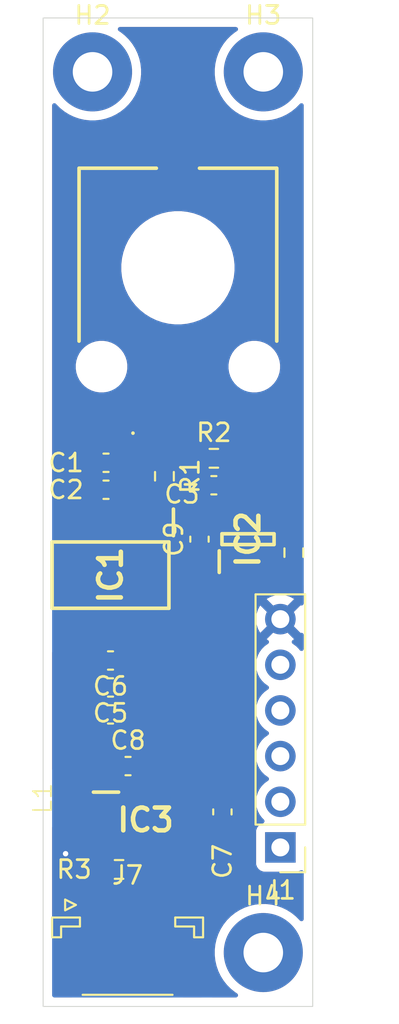
<source format=kicad_pcb>
(kicad_pcb (version 20241229) (generator "pcbnew") (generator_version "9.0")
  (layers (0 "F.Cu" signal) (2 "B.Cu" signal) (13 "F.Paste" user) (15 "B.Paste" user) (5 "F.SilkS" user "F.Silkscreen") (7 "B.SilkS" user "B.Silkscreen") (1 "F.Mask" user) (3 "B.Mask" user) (25 "Edge.Cuts" user))
  (net 0 "")
  (net 1 "GND")
  (net 2 "+3.3V")
  (net 3 "/POT_SEN")
  (net 4 "+5V")
  (net 5 "Net-(H1-WIPER_)")
  (net 8 "/TMP_MISO")
  (net 9 "/TMP_CS")
  (net 10 "/USART2_TX")
  (net 13 "/TMP_SCLK")
  (net 14 "/SWCLK")
  (net 15 "Net-(IC1-PB8-BOOT0)")
  (net 16 "/TMP_MOSI")
  (net 18 "/NRST")
  (net 19 "/SWDIO")
  (net 21 "/I2C_SCL")
  (net 22 "/I2C_SDA")
  (net 24 "Net-(IC3-VSET)")
  (net 26 "Net-(IC3-SW)")
  (footprint "Capacitor_SMD:C_0603_1608Metric" (layer "F.Cu") (at 28.7 44 90)
    (property "Reference" "C9" (at 0 -1.43 90) (layer "F.SilkS"))
    (property "Value" "100nF")
    (fp_line (start -0.14058 -0.51) (end 0.14058 -0.51) (stroke (width 0.12)) (layer "F.SilkS"))
    (fp_line (start -0.14058 0.51) (end 0.14058 0.51) (stroke (width 0.12)) (layer "F.SilkS"))
    (pad "1" smd roundrect (at -0.775 0 90) (size 0.9 0.95) (layers "F.Cu" "F.Mask" "F.Paste") (net 1 "GND"))
    (pad "2" smd roundrect (at 0.775 0 90) (size 0.9 0.95) (layers "F.Cu" "F.Mask" "F.Paste") (net 2 "+3.3V"))
  )
  (footprint "MountingHole:MountingHole_2.2mm_M2_Pad" (layer "F.Cu") (at 22.75 18)
    (property "Reference" "H2" (at 0 -3.15 0) (layer "F.SilkS"))
    (property "Value" "MountingHole")
    (pad "1" thru_hole circle (at 0 0) (size 4.4 4.4) (drill 2.2) (layers "*.Cu" "*.Mask"))
  )
  (footprint "Resistor_SMD:R_0603_1608Metric" (layer "F.Cu") (at 24.225 62.375)
    (property "Reference" "R3" (at -2.5 0 0) (layer "F.SilkS"))
    (property "Value" "52.3k")
    (fp_line (start -0.237258 -0.5225) (end 0.237258 -0.5225) (stroke (width 0.12)) (layer "F.SilkS"))
    (fp_line (start -0.237258 0.5225) (end 0.237258 0.5225) (stroke (width 0.12)) (layer "F.SilkS"))
    (pad "1" smd roundrect (at -0.825 0) (size 0.8 0.95) (layers "F.Cu" "F.Mask" "F.Paste") (net 24 "Net-(IC3-VSET)"))
    (pad "2" smd roundrect (at 0.825 0) (size 0.8 0.95) (layers "F.Cu" "F.Mask" "F.Paste") (net 1 "GND"))
  )
  (footprint "TMP127EDBVRQ1:SOT95P280X145-6N" (layer "F.Cu") (at 31.4 44 90)
    (property "Reference" "IC2" (at 0 0 90) (layer "F.SilkS") (effects (font (size 1.27 1.27) (thickness 0.254))))
    (property "Value" "TMP127EDBVRQ1" (hide yes))
    (fp_line (start -1.85 -1.6) (end -0.65 -1.6) (stroke (width 0.2)) (layer "F.SilkS"))
    (fp_line (start 0.3 -1.45) (end 0.3 1.45) (stroke (width 0.2)) (layer "F.SilkS"))
    (fp_line (start -0.3 -1.45) (end 0.3 -1.45) (stroke (width 0.2)) (layer "F.SilkS"))
    (fp_line (start 0.3 1.45) (end -0.3 1.45) (stroke (width 0.2)) (layer "F.SilkS"))
    (fp_line (start -0.3 1.45) (end -0.3 -1.45) (stroke (width 0.2)) (layer "F.SilkS"))
    (pad "1" smd rect (at -1.25 -0.95 180) (size 0.6 1.2) (layers "F.Cu" "F.Mask" "F.Paste") (net 9 "/TMP_CS"))
    (pad "2" smd rect (at -1.25 0 180) (size 0.6 1.2) (layers "F.Cu" "F.Mask" "F.Paste") (net 1 "GND"))
    (pad "3" smd rect (at -1.25 0.95 180) (size 0.6 1.2) (layers "F.Cu" "F.Mask" "F.Paste") (net 8 "/TMP_MISO"))
    (pad "4" smd rect (at 1.25 0.95 180) (size 0.6 1.2) (layers "F.Cu" "F.Mask" "F.Paste") (net 13 "/TMP_SCLK"))
    (pad "5" smd rect (at 1.25 0 180) (size 0.6 1.2) (layers "F.Cu" "F.Mask" "F.Paste"))
    (pad "6" smd rect (at 1.25 -0.95 180) (size 0.6 1.2) (layers "F.Cu" "F.Mask" "F.Paste") (net 2 "+3.3V"))
  )
  (footprint "JST_GH_SM:JST_GH_SM04B-GHS-TB_04x1.25mm_Angled" (layer "F.Cu") (at 24.7 66.5)
    (property "Reference" "J7" (at 0 -3.8 0) (layer "F.SilkS"))
    (property "Value" "SM04B-GHS-TBT" (hide yes))
    (fp_line (start -4.2 -1.45) (end -2.65 -1.45) (stroke (width 0.12)) (layer "F.SilkS"))
    (fp_line (start -4.2 -0.35) (end -4.2 -1.45) (stroke (width 0.12)) (layer "F.SilkS"))
    (fp_line (start -3.7 -0.95) (end -3.7 -0.35) (stroke (width 0.12)) (layer "F.SilkS"))
    (fp_line (start -3.7 -0.35) (end -4.2 -0.35) (stroke (width 0.12)) (layer "F.SilkS"))
    (fp_line (start -3.475 -2.45) (end -3.475 -1.85) (stroke (width 0.12)) (layer "F.SilkS"))
    (fp_line (start -3.475 -1.85) (end -2.875 -2.15) (stroke (width 0.12)) (layer "F.SilkS"))
    (fp_line (start -2.875 -2.15) (end -3.475 -2.45) (stroke (width 0.12)) (layer "F.SilkS"))
    (fp_line (start -2.65 -1.45) (end -2.65 -0.95) (stroke (width 0.12)) (layer "F.SilkS"))
    (fp_line (start -2.65 -0.95) (end -3.7 -0.95) (stroke (width 0.12)) (layer "F.SilkS"))
    (fp_line (start -2.5 2.85) (end 2.5 2.85) (stroke (width 0.12)) (layer "F.SilkS"))
    (fp_line (start 2.65 -1.45) (end 2.65 -0.95) (stroke (width 0.12)) (layer "F.SilkS"))
    (fp_line (start 2.65 -0.95) (end 3.7 -0.95) (stroke (width 0.12)) (layer "F.SilkS"))
    (fp_line (start 3.7 -0.95) (end 3.7 -0.35) (stroke (width 0.12)) (layer "F.SilkS"))
    (fp_line (start 3.7 -0.35) (end 4.2 -0.35) (stroke (width 0.12)) (layer "F.SilkS"))
    (fp_line (start 4.2 -1.45) (end 2.65 -1.45) (stroke (width 0.12)) (layer "F.SilkS"))
    (fp_line (start 4.2 -0.35) (end 4.2 -1.45) (stroke (width 0.12)) (layer "F.SilkS"))
    (pad "" smd rect (at -3.6 1.6) (size 1 2.8) (layers "F.Cu" "F.Mask" "F.Paste"))
    (pad "" smd rect (at 3.6 1.6) (size 1 2.8) (layers "F.Cu" "F.Mask" "F.Paste"))
    (pad "1" smd rect (at -1.875 -1.6) (size 0.6 1.8) (layers "F.Cu" "F.Mask" "F.Paste") (net 4 "+5V"))
    (pad "2" smd rect (at -0.625 -1.6) (size 0.6 1.8) (layers "F.Cu" "F.Mask" "F.Paste") (net 21 "/I2C_SCL"))
    (pad "3" smd rect (at 0.625 -1.6) (size 0.6 1.8) (layers "F.Cu" "F.Mask" "F.Paste") (net 22 "/I2C_SDA"))
    (pad "4" smd rect (at 1.875 -1.6) (size 0.6 1.8) (layers "F.Cu" "F.Mask" "F.Paste") (net 1 "GND"))
  )
  (footprint "VLS201610ET-2R2M:VLS201610ET-2R2M" (layer "F.Cu") (at 21.475 58.425 90)
    (property "Reference" "L1" (at 0 -1.5 90) (layer "F.SilkS") (effects (font (thickness 0.1))))
    (property "Value" "2.2uH")
    (pad "1" smd roundrect (at -0.675 0 90) (size 0.65 1.6) (layers "F.Cu" "F.Mask" "F.Paste") (roundrect_rratio 0.15) (net 26 "Net-(IC3-SW)"))
    (pad "2" smd roundrect (at 0.675 0 90) (size 0.65 1.6) (layers "F.Cu" "F.Mask" "F.Paste") (roundrect_rratio 0.15) (net 2 "+3.3V"))
  )
  (footprint "STM32F042F6P6:STM32F042F6P6" (layer "F.Cu") (at 23.75 46 -90)
    (property "Reference" "IC1" (at 0 0 90) (layer "F.SilkS") (effects (font (size 1.27 1.27) (thickness 0.254))))
    (property "Value" "STM32F042F6P6" (hide yes))
    (fp_line (start -1.845 3.25) (end -1.845 -3.25) (stroke (width 0.2)) (layer "F.SilkS"))
    (fp_line (start 1.845 3.25) (end -1.845 3.25) (stroke (width 0.2)) (layer "F.SilkS"))
    (fp_line (start -1.845 -3.25) (end 1.845 -3.25) (stroke (width 0.2)) (layer "F.SilkS"))
    (fp_line (start 1.845 -3.25) (end 1.845 3.25) (stroke (width 0.2)) (layer "F.SilkS"))
    (fp_line (start -3.675 -3.5) (end -2.195 -3.5) (stroke (width 0.2)) (layer "F.SilkS"))
    (pad "1" smd rect (at -2.935 -2.925) (size 0.45 1.48) (layers "F.Cu" "F.Mask" "F.Paste") (net 15 "Net-(IC1-PB8-BOOT0)"))
    (pad "2" smd rect (at -2.935 -2.275) (size 0.45 1.48) (layers "F.Cu" "F.Mask" "F.Paste"))
    (pad "3" smd rect (at -2.935 -1.625) (size 0.45 1.48) (layers "F.Cu" "F.Mask" "F.Paste"))
    (pad "4" smd rect (at -2.935 -0.975) (size 0.45 1.48) (layers "F.Cu" "F.Mask" "F.Paste") (net 18 "/NRST"))
    (pad "5" smd rect (at -2.935 -0.325) (size 0.45 1.48) (layers "F.Cu" "F.Mask" "F.Paste") (net 2 "+3.3V"))
    (pad "6" smd rect (at -2.935 0.325) (size 0.45 1.48) (layers "F.Cu" "F.Mask" "F.Paste"))
    (pad "7" smd rect (at -2.935 0.975) (size 0.45 1.48) (layers "F.Cu" "F.Mask" "F.Paste"))
    (pad "8" smd rect (at -2.935 1.625) (size 0.45 1.48) (layers "F.Cu" "F.Mask" "F.Paste") (net 10 "/USART2_TX"))
    (pad "9" smd rect (at -2.935 2.275) (size 0.45 1.48) (layers "F.Cu" "F.Mask" "F.Paste"))
    (pad "10" smd rect (at -2.935 2.925) (size 0.45 1.48) (layers "F.Cu" "F.Mask" "F.Paste") (net 9 "/TMP_CS"))
    (pad "11" smd rect (at 2.935 2.925) (size 0.45 1.48) (layers "F.Cu" "F.Mask" "F.Paste") (net 13 "/TMP_SCLK"))
    (pad "12" smd rect (at 2.935 2.275) (size 0.45 1.48) (layers "F.Cu" "F.Mask" "F.Paste") (net 8 "/TMP_MISO"))
    (pad "13" smd rect (at 2.935 1.625) (size 0.45 1.48) (layers "F.Cu" "F.Mask" "F.Paste") (net 16 "/TMP_MOSI"))
    (pad "14" smd rect (at 2.935 0.975) (size 0.45 1.48) (layers "F.Cu" "F.Mask" "F.Paste") (net 3 "/POT_SEN"))
    (pad "15" smd rect (at 2.935 0.325) (size 0.45 1.48) (layers "F.Cu" "F.Mask" "F.Paste") (net 1 "GND"))
    (pad "16" smd rect (at 2.935 -0.325) (size 0.45 1.48) (layers "F.Cu" "F.Mask" "F.Paste") (net 2 "+3.3V"))
    (pad "17" smd rect (at 2.935 -0.975) (size 0.45 1.48) (layers "F.Cu" "F.Mask" "F.Paste") (net 21 "/I2C_SCL"))
    (pad "18" smd rect (at 2.935 -1.625) (size 0.45 1.48) (layers "F.Cu" "F.Mask" "F.Paste") (net 22 "/I2C_SDA"))
    (pad "19" smd rect (at 2.935 -2.275) (size 0.45 1.48) (layers "F.Cu" "F.Mask" "F.Paste") (net 19 "/SWDIO"))
    (pad "20" smd rect (at 2.935 -2.925) (size 0.45 1.48) (layers "F.Cu" "F.Mask" "F.Paste") (net 14 "/SWCLK"))
  )
  (footprint "Capacitor_SMD:C_0603_1608Metric" (layer "F.Cu") (at 23.75 53.75 180)
    (property "Reference" "C4" (hide yes))
    (property "Value" "100nF")
    (fp_line (start -0.14058 0.51) (end 0.14058 0.51) (stroke (width 0.12)) (layer "F.SilkS"))
    (fp_line (start -0.14058 -0.51) (end 0.14058 -0.51) (stroke (width 0.12)) (layer "F.SilkS"))
    (pad "1" smd roundrect (at -0.775 0 180) (size 0.9 0.95) (layers "F.Cu" "F.Mask" "F.Paste") (net 2 "+3.3V"))
    (pad "2" smd roundrect (at 0.775 0 180) (size 0.9 0.95) (layers "F.Cu" "F.Mask" "F.Paste") (net 1 "GND"))
  )
  (footprint "Capacitor_SMD:C_0603_1608Metric" (layer "F.Cu") (at 23.75 52.25 180)
    (property "Reference" "C5" (at 0 -1.43 0) (layer "F.SilkS"))
    (property "Value" "100nF")
    (fp_line (start -0.14058 0.51) (end 0.14058 0.51) (stroke (width 0.12)) (layer "F.SilkS"))
    (fp_line (start -0.14058 -0.51) (end 0.14058 -0.51) (stroke (width 0.12)) (layer "F.SilkS"))
    (pad "1" smd roundrect (at -0.775 0 180) (size 0.9 0.95) (layers "F.Cu" "F.Mask" "F.Paste") (net 2 "+3.3V"))
    (pad "2" smd roundrect (at 0.775 0 180) (size 0.9 0.95) (layers "F.Cu" "F.Mask" "F.Paste") (net 1 "GND"))
  )
  (footprint "Capacitor_SMD:C_0603_1608Metric" (layer "F.Cu") (at 23.75 50.75 180)
    (property "Reference" "C6" (at 0 -1.43 0) (layer "F.SilkS"))
    (property "Value" "4.7uF")
    (fp_line (start -0.14058 0.51) (end 0.14058 0.51) (stroke (width 0.12)) (layer "F.SilkS"))
    (fp_line (start -0.14058 -0.51) (end 0.14058 -0.51) (stroke (width 0.12)) (layer "F.SilkS"))
    (pad "1" smd roundrect (at -0.775 0 180) (size 0.9 0.95) (layers "F.Cu" "F.Mask" "F.Paste") (net 2 "+3.3V"))
    (pad "2" smd roundrect (at 0.775 0 180) (size 0.9 0.95) (layers "F.Cu" "F.Mask" "F.Paste") (net 1 "GND"))
  )
  (footprint "Resistor_SMD:R_0603_1608Metric" (layer "F.Cu") (at 29.5 39.5)
    (property "Reference" "R2" (at 0 -1.43 0) (layer "F.SilkS"))
    (property "Value" "10k")
    (fp_line (start -0.237258 -0.5225) (end 0.237258 -0.5225) (stroke (width 0.12)) (layer "F.SilkS"))
    (fp_line (start -0.237258 0.5225) (end 0.237258 0.5225) (stroke (width 0.12)) (layer "F.SilkS"))
    (pad "1" smd roundrect (at -0.825 0) (size 0.8 0.95) (layers "F.Cu" "F.Mask" "F.Paste") (net 5 "Net-(H1-WIPER_)"))
    (pad "2" smd roundrect (at 0.825 0) (size 0.8 0.95) (layers "F.Cu" "F.Mask" "F.Paste") (net 3 "/POT_SEN"))
  )
  (footprint "Capacitor_SMD:C_0603_1608Metric" (layer "F.Cu") (at 29.5 41)
    (property "Reference" "C3" (at -1.775 0.5 0) (layer "F.SilkS"))
    (property "Value" "10nF")
    (fp_line (start -0.14058 -0.51) (end 0.14058 -0.51) (stroke (width 0.12)) (layer "F.SilkS"))
    (fp_line (start -0.14058 0.51) (end 0.14058 0.51) (stroke (width 0.12)) (layer "F.SilkS"))
    (pad "1" smd roundrect (at -0.775 0) (size 0.9 0.95) (layers "F.Cu" "F.Mask" "F.Paste") (net 3 "/POT_SEN"))
    (pad "2" smd roundrect (at 0.775 0) (size 0.9 0.95) (layers "F.Cu" "F.Mask" "F.Paste") (net 1 "GND"))
  )
  (footprint "Capacitor_SMD:C_0603_1608Metric" (layer "F.Cu") (at 24.725 56.625)
    (property "Reference" "C8" (at 0 -1.43 0) (layer "F.SilkS"))
    (property "Value" "10uF")
    (fp_line (start -0.14058 -0.51) (end 0.14058 -0.51) (stroke (width 0.12)) (layer "F.SilkS"))
    (fp_line (start -0.14058 0.51) (end 0.14058 0.51) (stroke (width 0.12)) (layer "F.SilkS"))
    (pad "1" smd roundrect (at -0.775 0) (size 0.9 0.95) (layers "F.Cu" "F.Mask" "F.Paste") (net 2 "+3.3V"))
    (pad "2" smd roundrect (at 0.775 0) (size 0.9 0.95) (layers "F.Cu" "F.Mask" "F.Paste") (net 1 "GND"))
  )
  (footprint "Connector_PinHeader_2.54mm:PinHeader_1x06_P2.54mm_Vertical" (layer "F.Cu") (at 33.2 61.15 180)
    (property "Reference" "J1" (at 0 -2.38 0) (layer "F.SilkS"))
    (property "Value" "SM06B-GHS-TBT")
    (fp_line (start 1.38 1.27) (end 1.38 14.08) (stroke (width 0.12)) (layer "F.SilkS"))
    (fp_line (start -1.38 14.08) (end 1.38 14.08) (stroke (width 0.12)) (layer "F.SilkS"))
    (fp_line (start -1.38 1.27) (end 1.38 1.27) (stroke (width 0.12)) (layer "F.SilkS"))
    (fp_line (start -1.38 1.27) (end -1.38 14.08) (stroke (width 0.12)) (layer "F.SilkS"))
    (fp_line (start -1.38 0) (end -1.38 -1.38) (stroke (width 0.12)) (layer "F.SilkS"))
    (fp_line (start -1.38 -1.38) (end 0 -1.38) (stroke (width 0.12)) (layer "F.SilkS"))
    (pad "1" thru_hole rect (at 0 0 180) (size 1.7 1.7) (drill 1) (layers "*.Cu" "*.Mask") (net 2 "+3.3V"))
    (pad "2" thru_hole circle (at 0 2.54 180) (size 1.7 1.7) (drill 1) (layers "*.Cu" "*.Mask") (net 19 "/SWDIO"))
    (pad "3" thru_hole circle (at 0 5.08 180) (size 1.7 1.7) (drill 1) (layers "*.Cu" "*.Mask") (net 14 "/SWCLK"))
    (pad "4" thru_hole circle (at 0 7.62 180) (size 1.7 1.7) (drill 1) (layers "*.Cu" "*.Mask") (net 18 "/NRST"))
    (pad "5" thru_hole circle (at 0 10.16 180) (size 1.7 1.7) (drill 1) (layers "*.Cu" "*.Mask") (net 10 "/USART2_TX"))
    (pad "6" thru_hole circle (at 0 12.7 180) (size 1.7 1.7) (drill 1) (layers "*.Cu" "*.Mask") (net 1 "GND"))
  )
  (footprint "Resistor_SMD:R_0603_1608Metric" (layer "F.Cu") (at 26.75 40.5 -90)
    (property "Reference" "R1" (at 0 -1.43 90) (layer "F.SilkS"))
    (property "Value" "10k")
    (fp_line (start -0.237258 0.5225) (end 0.237258 0.5225) (stroke (width 0.12)) (layer "F.SilkS"))
    (fp_line (start -0.237258 -0.5225) (end 0.237258 -0.5225) (stroke (width 0.12)) (layer "F.SilkS"))
    (pad "1" smd roundrect (at -0.825 0 270) (size 0.8 0.95) (layers "F.Cu" "F.Mask" "F.Paste") (net 1 "GND"))
    (pad "2" smd roundrect (at 0.825 0 270) (size 0.8 0.95) (layers "F.Cu" "F.Mask" "F.Paste") (net 15 "Net-(IC1-PB8-BOOT0)"))
  )
  (footprint "MountingHole:MountingHole_2.2mm_M2_Pad" (layer "F.Cu") (at 32.25 18)
    (property "Reference" "H3" (at 0 -3.15 0) (layer "F.SilkS"))
    (property "Value" "MountingHole")
    (pad "1" thru_hole circle (at 0 0) (size 4.4 4.4) (drill 2.2) (layers "*.Cu" "*.Mask"))
  )
  (footprint "TPS62842DGRR:TPS62842DGRR" (layer "F.Cu") (at 25.7 59.625)
    (property "Reference" "IC3" (at 0 0 0) (layer "F.SilkS") (effects (font (size 1.27 1.27) (thickness 0.254))))
    (property "Value" "TPS62842DGRR" (hide yes))
    (fp_line (start -2.9 -1.55) (end -1.5 -1.55) (stroke (width 0.2)) (layer "F.SilkS"))
    (pad "1" smd rect (at -2.2 -0.975 90) (size 0.45 1.4) (layers "F.Cu" "F.Mask" "F.Paste") (net 2 "+3.3V"))
    (pad "2" smd rect (at -2.2 -0.325 90) (size 0.45 1.4) (layers "F.Cu" "F.Mask" "F.Paste") (net 26 "Net-(IC3-SW)"))
    (pad "3" smd rect (at -2.2 0.325 90) (size 0.45 1.4) (layers "F.Cu" "F.Mask" "F.Paste") (net 1 "GND"))
    (pad "4" smd rect (at -2.2 0.975 90) (size 0.45 1.4) (layers "F.Cu" "F.Mask" "F.Paste") (net 24 "Net-(IC3-VSET)"))
    (pad "5" smd rect (at 2.2 0.975 90) (size 0.45 1.4) (layers "F.Cu" "F.Mask" "F.Paste") (net 4 "+5V"))
    (pad "6" smd rect (at 2.2 0.325 90) (size 0.45 1.4) (layers "F.Cu" "F.Mask" "F.Paste") (net 4 "+5V") (clearance 0.2))
    (pad "7" smd rect (at 2.2 -0.325 90) (size 0.45 1.4) (layers "F.Cu" "F.Mask" "F.Paste"))
    (pad "8" smd rect (at 2.2 -0.975 90) (size 0.45 1.4) (layers "F.Cu" "F.Mask" "F.Paste") (net 1 "GND"))
    (pad "9" smd rect (at 0 0) (size 1.45 1.75) (layers "F.Cu" "F.Mask" "F.Paste") (net 1 "GND"))
  )
  (footprint "Resistor_SMD:R_0603_1608Metric" (layer "F.Cu") (at 33.95 44.75 90)
    (property "Reference" "R4" (hide yes))
    (property "Value" "10k")
    (fp_line (start -0.237258 -0.5225) (end 0.237258 -0.5225) (stroke (width 0.12)) (layer "F.SilkS"))
    (fp_line (start -0.237258 0.5225) (end 0.237258 0.5225) (stroke (width 0.12)) (layer "F.SilkS"))
    (pad "1" smd roundrect (at -0.825 0 90) (size 0.8 0.95) (layers "F.Cu" "F.Mask" "F.Paste") (net 16 "/TMP_MOSI"))
    (pad "2" smd roundrect (at 0.825 0 90) (size 0.8 0.95) (layers "F.Cu" "F.Mask" "F.Paste") (net 8 "/TMP_MISO"))
  )
  (footprint "Capacitor_SMD:C_0603_1608Metric" (layer "F.Cu") (at 23.5 39.75 180)
    (property "Reference" "C1" (at 2.225 0 0) (layer "F.SilkS"))
    (property "Value" "10nF")
    (fp_line (start -0.14058 0.51) (end 0.14058 0.51) (stroke (width 0.12)) (layer "F.SilkS"))
    (fp_line (start -0.14058 -0.51) (end 0.14058 -0.51) (stroke (width 0.12)) (layer "F.SilkS"))
    (pad "1" smd roundrect (at -0.775 0 180) (size 0.9 0.95) (layers "F.Cu" "F.Mask" "F.Paste") (net 2 "+3.3V"))
    (pad "2" smd roundrect (at 0.775 0 180) (size 0.9 0.95) (layers "F.Cu" "F.Mask" "F.Paste") (net 1 "GND"))
  )
  (footprint "MountingHole:MountingHole_2.2mm_M2_Pad" (layer "F.Cu") (at 32.25 67)
    (property "Reference" "H4" (at 0 -3.15 0) (layer "F.SilkS"))
    (property "Value" "MountingHole")
    (pad "1" thru_hole circle (at 0 0) (size 4.4 4.4) (drill 2.2) (layers "*.Cu" "*.Mask"))
  )
  (footprint "3382G1103G:3382G1103G" (layer "F.Cu") (at 27.5 29.38)
    (property "Reference" "H1" (at 0 0.27 0) (layer "F.SilkS") (effects (font (size 1.27 1.27) (thickness 0.254))))
    (property "Value" "3382G-1-103G" (hide yes))
    (fp_line (start -5.5 -6.02) (end -5.5 3.6) (stroke (width 0.2)) (layer "F.SilkS"))
    (fp_line (start -2.5 8.67) (end -2.5 8.67) (stroke (width 0.1)) (layer "F.SilkS"))
    (fp_line (start -2.5 8.77) (end -2.5 8.77) (stroke (width 0.1)) (layer "F.SilkS"))
    (fp_line (start -1.2 -6.02) (end -5.5 -6.02) (stroke (width 0.2)) (layer "F.SilkS"))
    (fp_line (start 5.5 -6.02) (end 1.2 -6.02) (stroke (width 0.2)) (layer "F.SilkS"))
    (fp_line (start 5.5 3.6) (end 5.5 -6.02) (stroke (width 0.2)) (layer "F.SilkS"))
    (fp_arc (start -2.5 8.67) (mid -2.45 8.72) (end -2.5 8.77) (stroke (width 0.1)) (layer "F.SilkS"))
    (fp_arc (start -2.5 8.77) (mid -2.55 8.72) (end -2.5 8.67) (stroke (width 0.1)) (layer "F.SilkS"))
    (pad "" np_thru_hole circle (at -4.25 5.02) (size 2.37 2.37) (drill 2.37) (layers "*.Cu" "*.Mask"))
    (pad "" np_thru_hole circle (at 0 -0.48) (size 5.8 5.8) (drill 5.8) (layers "*.Cu" "*.Mask"))
    (pad "" np_thru_hole circle (at 4.25 5.02) (size 2.37 2.37) (drill 2.37) (layers "*.Cu" "*.Mask"))
    (pad "1" smd rect (at -2.5 7.22) (size 1.8 2) (layers "F.Cu" "F.Mask" "F.Paste") (net 2 "+3.3V"))
    (pad "2" smd rect (at 0 7.22) (size 1.8 2) (layers "F.Cu" "F.Mask" "F.Paste") (net 5 "Net-(H1-WIPER_)"))
    (pad "3" smd rect (at 2.5 7.22) (size 1.8 2) (layers "F.Cu" "F.Mask" "F.Paste") (net 1 "GND"))
    (pad "A2" smd rect (at 0 -6.68) (size 1.8 2) (layers "F.Cu" "F.Mask" "F.Paste"))
  )
  (footprint "Capacitor_SMD:C_0603_1608Metric" (layer "F.Cu") (at 23.5 41.25 180)
    (property "Reference" "C2" (at 2.225 0 0) (layer "F.SilkS"))
    (property "Value" "1uF")
    (fp_line (start -0.14058 0.51) (end 0.14058 0.51) (stroke (width 0.12)) (layer "F.SilkS"))
    (fp_line (start -0.14058 -0.51) (end 0.14058 -0.51) (stroke (width 0.12)) (layer "F.SilkS"))
    (pad "1" smd roundrect (at -0.775 0 180) (size 0.9 0.95) (layers "F.Cu" "F.Mask" "F.Paste") (net 2 "+3.3V"))
    (pad "2" smd roundrect (at 0.775 0 180) (size 0.9 0.95) (layers "F.Cu" "F.Mask" "F.Paste") (net 1 "GND"))
  )
  (footprint "Capacitor_SMD:C_0603_1608Metric" (layer "F.Cu") (at 29.975 59.175 90)
    (property "Reference" "C7" (at -2.75 0 90) (layer "F.SilkS"))
    (property "Value" "4.7uF")
    (fp_line (start -0.14058 -0.51) (end 0.14058 -0.51) (stroke (width 0.12)) (layer "F.SilkS"))
    (fp_line (start -0.14058 0.51) (end 0.14058 0.51) (stroke (width 0.12)) (layer "F.SilkS"))
    (pad "1" smd roundrect (at -0.775 0 90) (size 0.9 0.95) (layers "F.Cu" "F.Mask" "F.Paste") (net 4 "+5V"))
    (pad "2" smd roundrect (at 0.775 0 90) (size 0.9 0.95) (layers "F.Cu" "F.Mask" "F.Paste") (net 1 "GND"))
  )
  (gr_rect (start 20 15) (end 35 70) (stroke (width 0.05)) (fill no) (layer "Edge.Cuts"))
  (via (at 21.25 61.5) (size 0.4) (drill 0.3) (layers "F.Cu" "B.Cu") (net 1))
  (zone (net 0) (net_name "") (layer "F.Cu") (connect_pads (clearance 0)) (min_thickness 0.25)
    (keepout (tracks allowed) (vias allowed) (pads allowed) (copperpour not_allowed) (footprints allowed))
    (fill (thermal_gap 0.5) (thermal_bridge_width 0.5))
    (polygon (pts (xy 22.25 50) (xy 22.25 55) (xy 25.25 55) (xy 25.25 50)))
  )
  (zone (net 1) (net_name "GND") (layers "F.Cu" "B.Cu") (connect_pads (clearance 0.5)) (min_thickness 0.25) (fill yes (thermal_gap 0.5) (thermal_bridge_width 0.5))
    (polygon (pts (xy 20.5 69.5) (xy 34.5 69.5) (xy 34.5 15.5) (xy 20.5 15.5)))
  )
)
</source>
